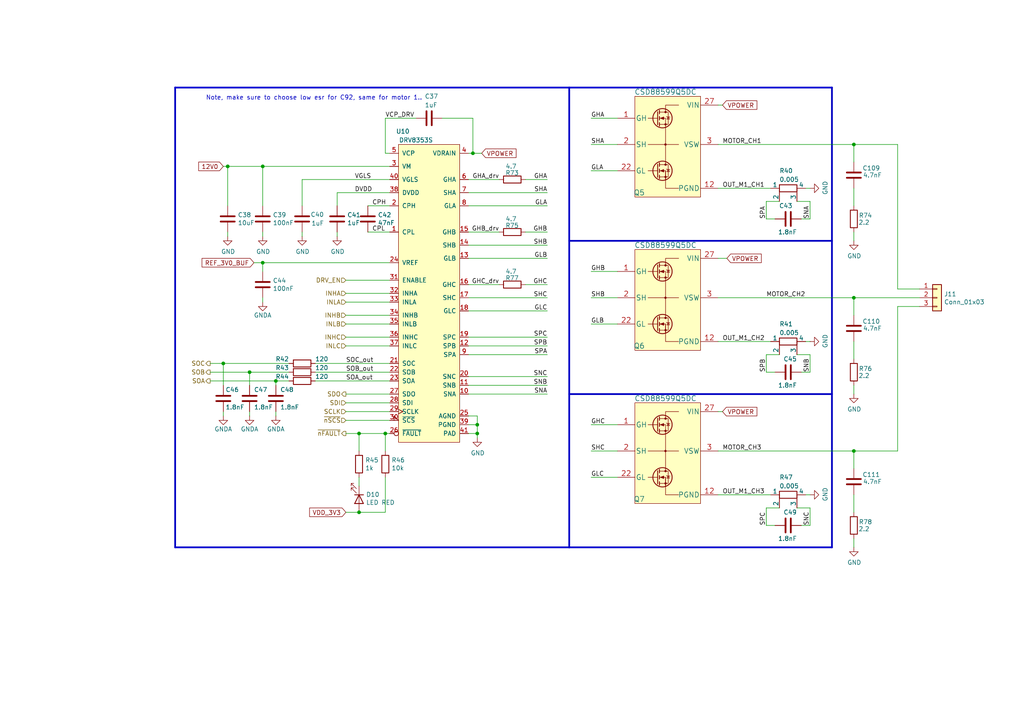
<source format=kicad_sch>
(kicad_sch (version 20231120) (generator "eeschema") (generator_version "8.0")
  (paper "A4")
  (title_block (title "Open MOtor DRiver Initiative (OMODRI)") (date "2024-05-03") (rev "3.1") (company "LAAS/CNRS"))
  (lib_symbols
    (symbol "Connector_Generic:Conn_01x03" (pin_names (offset 1.016) hide)
      (property "Reference" "J" (at 0 5.08 0))
      (property "Value" "Conn_01x03" (at 0 -5.08 0))
      (symbol "Conn_01x03_1_1"
        (rectangle (start -1.27 -2.413) (end 0 -2.667) (stroke (width 0.1524)))
        (rectangle (start -1.27 0.127) (end 0 -0.127) (stroke (width 0.1524)))
        (rectangle (start -1.27 2.667) (end 0 2.413) (stroke (width 0.1524)))
        (rectangle (start -1.27 3.81) (end 1.27 -3.81) (stroke (width 0.254)) (fill (type background)))
        (pin passive line (at -5.08 2.54 0) (length 3.81) (name "Pin_1") (number "1"))
        (pin passive line (at -5.08 0 0) (length 3.81) (name "Pin_2") (number "2"))
        (pin passive line (at -5.08 -2.54 0) (length 3.81) (name "Pin_3") (number "3"))
      )
    )
    (symbol "Device:C" (pin_numbers hide) (pin_names (offset 0.254))
      (property "Reference" "C" (at 0.635 2.54 0))
      (property "Value" "C" (at 0.635 -2.54 0))
      (symbol "C_0_1"
        (polyline (pts (xy -2.032 -0.762) (xy 2.032 -0.762)) (stroke (width 0.508)))
        (polyline (pts (xy -2.032 0.762) (xy 2.032 0.762)) (stroke (width 0.508)))
      )
      (symbol "C_1_1"
        (pin passive line (at 0 3.81 270) (length 2.794) (name "~") (number "1"))
        (pin passive line (at 0 -3.81 90) (length 2.794) (name "~") (number "2"))
      )
    )
    (symbol "Device:LED" (pin_numbers hide) (pin_names (offset 1.016) hide)
      (property "Reference" "D" (at 0 2.54 0))
      (property "Value" "LED" (at 0 -2.54 0))
      (symbol "LED_0_1"
        (polyline (pts (xy -1.27 -1.27) (xy -1.27 1.27)) (stroke (width 0.254)))
        (polyline (pts (xy -1.27 0) (xy 1.27 0)))
        (polyline (pts (xy 1.27 -1.27) (xy 1.27 1.27) (xy -1.27 0) (xy 1.27 -1.27)) (stroke (width 0.254)))
        (polyline (pts (xy -3.048 -0.762) (xy -4.572 -2.286) (xy -3.81 -2.286) (xy -4.572 -2.286) (xy -4.572 -1.524)))
        (polyline (pts (xy -1.778 -0.762) (xy -3.302 -2.286) (xy -2.54 -2.286) (xy -3.302 -2.286) (xy -3.302 -1.524)))
      )
      (symbol "LED_1_1"
        (pin passive line (at -3.81 0 0) (length 2.54) (name "K") (number "1"))
        (pin passive line (at 3.81 0 180) (length 2.54) (name "A") (number "2"))
      )
    )
    (symbol "Device:R" (pin_numbers hide) (pin_names (offset 0))
      (property "Reference" "R" (at 2.032 0 90))
      (property "Value" "R" (at 0 0 90))
      (symbol "R_0_1"
        (rectangle (start -1.016 -2.54) (end 1.016 2.54) (stroke (width 0.254)))
      )
      (symbol "R_1_1"
        (pin passive line (at 0 3.81 270) (length 1.27) (name "~") (number "1"))
        (pin passive line (at 0 -3.81 90) (length 1.27) (name "~") (number "2"))
      )
    )
    (symbol "Device:R_Shunt" (pin_numbers hide) (pin_names (offset 0))
      (property "Reference" "R" (at -4.445 0 90))
      (property "Value" "R_Shunt" (at -2.54 0 90))
      (symbol "R_Shunt_0_1"
        (rectangle (start -1.016 -2.54) (end 1.016 2.54) (stroke (width 0.254)))
        (polyline (pts (xy 0 -2.54) (xy 1.27 -2.54)))
        (polyline (pts (xy 1.27 2.54) (xy 0 2.54)))
      )
      (symbol "R_Shunt_1_1"
        (pin passive line (at 0 5.08 270) (length 2.54) (name "1") (number "1"))
        (pin passive line (at 3.81 2.54 180) (length 2.54) (name "2") (number "2"))
        (pin passive line (at 3.81 -2.54 180) (length 2.54) (name "3") (number "3"))
        (pin passive line (at 0 -5.08 90) (length 2.54) (name "4") (number "4"))
      )
    )
    (symbol "omodri_lib:CSD88599Q5DC" (pin_names (offset 0.254))
      (property "Reference" "Q" (at -11.43 29.21 0))
      (property "Value" "CSD88599Q5DC" (at -3.81 26.67 0))
      (symbol "CSD88599Q5DC_0_1"
        (polyline (pts (xy -1.27 11.43) (xy -6.35 11.43)))
        (polyline (pts (xy -1.27 11.43) (xy 2.54 11.43)))
        (polyline (pts (xy -1.27 16.51) (xy -1.27 6.35)))
        (polyline (pts (xy -1.27 3.81) (xy -1.27 -1.27) (xy 2.54 -1.27)))
        (polyline (pts (xy -1.27 21.59) (xy -1.27 22.86) (xy 2.54 22.86)))
      )
      (symbol "CSD88599Q5DC_1_1"
        (rectangle (start -10.16 25.4) (end 8.89 -3.81) (fill (type background)))
        (circle (center -2.159 3.81) (radius 2.794) (stroke (width 0.254)))
        (circle (center -2.159 19.05) (radius 2.794) (stroke (width 0.254)))
        (circle (center -1.2954 11.43) (radius 0.254) (fill (type outline)))
        (circle (center -1.27 2.032) (radius 0.254) (fill (type outline)))
        (circle (center -1.27 5.588) (radius 0.254) (fill (type outline)))
        (circle (center -1.27 17.272) (radius 0.254) (fill (type outline)))
        (circle (center -1.27 20.828) (radius 0.254) (fill (type outline)))
        (polyline (pts (xy -3.556 3.81) (xy -6.35 3.81)))
        (polyline (pts (xy -3.556 5.715) (xy -3.556 1.905)) (stroke (width 0.254)))
        (polyline (pts (xy -3.556 19.05) (xy -6.35 19.05)))
        (polyline (pts (xy -3.556 20.955) (xy -3.556 17.145)) (stroke (width 0.254)))
        (polyline (pts (xy -3.048 2.54) (xy -3.048 1.524)) (stroke (width 0.254)))
        (polyline (pts (xy -3.048 4.318) (xy -3.048 3.302)) (stroke (width 0.254)))
        (polyline (pts (xy -3.048 6.096) (xy -3.048 5.08)) (stroke (width 0.254)))
        (polyline (pts (xy -3.048 17.78) (xy -3.048 16.764)) (stroke (width 0.254)))
        (polyline (pts (xy -3.048 19.558) (xy -3.048 18.542)) (stroke (width 0.254)))
        (polyline (pts (xy -3.048 21.336) (xy -3.048 20.32)) (stroke (width 0.254)))
        (polyline (pts (xy -1.27 6.35) (xy -1.27 5.588)))
        (polyline (pts (xy -1.27 21.59) (xy -1.27 20.828)))
        (polyline (pts (xy -1.27 1.27) (xy -1.27 3.81) (xy -3.048 3.81)))
        (polyline (pts (xy -1.27 16.51) (xy -1.27 19.05) (xy -3.048 19.05)))
        (polyline (pts (xy -3.048 2.032) (xy -0.508 2.032) (xy -0.508 5.588) (xy -3.048 5.588)))
        (polyline (pts (xy -3.048 17.272) (xy -0.508 17.272) (xy -0.508 20.828) (xy -3.048 20.828)))
        (polyline (pts (xy -2.794 3.81) (xy -1.778 4.191) (xy -1.778 3.429) (xy -2.794 3.81)) (fill (type outline)))
        (polyline (pts (xy -2.794 19.05) (xy -1.778 19.431) (xy -1.778 18.669) (xy -2.794 19.05)) (fill (type outline)))
        (polyline (pts (xy -1.016 4.318) (xy -0.889 4.191) (xy -0.127 4.191) (xy 0 4.064)))
        (polyline (pts (xy -1.016 19.558) (xy -0.889 19.431) (xy -0.127 19.431) (xy 0 19.304)))
        (polyline (pts (xy -0.508 4.191) (xy -0.889 3.556) (xy -0.127 3.556) (xy -0.508 4.191)))
        (polyline (pts (xy -0.508 19.431) (xy -0.889 18.796) (xy -0.127 18.796) (xy -0.508 19.431)))
        (pin input line (at -15.24 19.05 0) (length 5.08) (name "GH") (number "1"))
        (pin passive line (at 13.97 11.43 180) (length 5.08) hide (name "VSW") (number "10"))
        (pin passive line (at 13.97 11.43 180) (length 5.08) hide (name "VSW") (number "11"))
        (pin power_out line (at 13.97 -1.27 180) (length 5.08) (name "PGND") (number "12"))
        (pin passive line (at 13.97 -1.27 180) (length 5.08) hide (name "PGND") (number "13"))
        (pin passive line (at 13.97 -1.27 180) (length 5.08) hide (name "PGND") (number "14"))
        (pin passive line (at 13.97 -1.27 180) (length 5.08) hide (name "PGND") (number "15"))
        (pin passive line (at 13.97 -1.27 180) (length 5.08) hide (name "PGND") (number "16"))
        (pin passive line (at 13.97 -1.27 180) (length 5.08) hide (name "PGND") (number "17"))
        (pin passive line (at 13.97 -1.27 180) (length 5.08) hide (name "PGND") (number "18"))
        (pin passive line (at 13.97 -1.27 180) (length 5.08) hide (name "PGND") (number "19"))
        (pin output line (at -15.24 11.43 0) (length 5.08) (name "SH") (number "2"))
        (pin passive line (at 13.97 -1.27 180) (length 5.08) hide (name "PGND") (number "20"))
        (pin no_connect line (at -8.89 -6.35 90) (length 2.54) hide (name "NC") (number "21"))
        (pin input line (at -15.24 3.81 0) (length 5.08) (name "GL") (number "22"))
        (pin no_connect line (at -6.35 -6.35 90) (length 2.54) hide (name "NC") (number "23"))
        (pin no_connect line (at -3.81 -6.35 90) (length 2.54) hide (name "NC") (number "24"))
        (pin no_connect line (at -1.27 -6.35 90) (length 2.54) hide (name "NC") (number "25"))
        (pin no_connect line (at 1.27 -6.35 90) (length 2.54) hide (name "NC") (number "26"))
        (pin input line (at 13.97 22.86 180) (length 5.08) (name "VIN") (number "27"))
        (pin power_out line (at 13.97 11.43 180) (length 5.08) (name "VSW") (number "3"))
        (pin passive line (at 13.97 11.43 180) (length 5.08) hide (name "VSW") (number "4"))
        (pin passive line (at 13.97 11.43 180) (length 5.08) hide (name "VSW") (number "5"))
        (pin passive line (at 13.97 11.43 180) (length 5.08) hide (name "VSW") (number "6"))
        (pin passive line (at 13.97 11.43 180) (length 5.08) hide (name "VSW") (number "7"))
        (pin passive line (at 13.97 11.43 180) (length 5.08) hide (name "VSW") (number "8"))
        (pin passive line (at 13.97 11.43 180) (length 5.08) hide (name "VSW") (number "9"))
      )
    )
    (symbol "omodri_lib:DRV8353S" (pin_names (offset 1.016))
      (property "Reference" "U" (at -7.62 46.99 0))
      (property "Value" "DRV8353S" (at -3.81 44.45 0))
      (symbol "DRV8353S_0_1"
        (rectangle (start -8.89 43.18) (end 8.89 -43.18) (fill (type background)))
      )
      (symbol "DRV8353S_1_1"
        (pin power_out line (at -11.43 17.78 0) (length 2.54) (name "CPL") (number "1"))
        (pin input line (at 11.43 -29.21 180) (length 2.54) (name "SNA") (number "10"))
        (pin input line (at 11.43 -26.67 180) (length 2.54) (name "SNB") (number "11"))
        (pin input line (at 11.43 -15.24 180) (length 2.54) (name "SPB") (number "12"))
        (pin output line (at 11.43 10.16 180) (length 2.54) (name "GLB") (number "13"))
        (pin input line (at 11.43 13.97 180) (length 2.54) (name "SHB") (number "14"))
        (pin output line (at 11.43 17.78 180) (length 2.54) (name "GHB") (number "15"))
        (pin output line (at 11.43 2.54 180) (length 2.54) (name "GHC") (number "16"))
        (pin input line (at 11.43 -1.27 180) (length 2.54) (name "SHC") (number "17"))
        (pin output line (at 11.43 -5.08 180) (length 2.54) (name "GLC") (number "18"))
        (pin input line (at 11.43 -12.7 180) (length 2.54) (name "SPC") (number "19"))
        (pin power_out line (at -11.43 25.4 0) (length 2.54) (name "CPH") (number "2"))
        (pin input line (at 11.43 -24.13 180) (length 2.54) (name "SNC") (number "20"))
        (pin output line (at -11.43 -20.32 0) (length 2.54) (name "SOC") (number "21"))
        (pin output line (at -11.43 -22.86 0) (length 2.54) (name "SOB") (number "22"))
        (pin output line (at -11.43 -25.4 0) (length 2.54) (name "SOA") (number "23"))
        (pin power_in line (at -11.43 8.89 0) (length 2.54) (name "VREF") (number "24"))
        (pin passive line (at 11.43 -35.56 180) (length 2.54) (name "AGND") (number "25"))
        (pin open_collector inverted (at -11.43 -40.64 0) (length 2.54) (name "~{FAULT}") (number "26"))
        (pin open_collector line (at -11.43 -29.21 0) (length 2.54) (name "SDO") (number "27"))
        (pin input line (at -11.43 -31.75 0) (length 2.54) (name "SDI") (number "28"))
        (pin input clock (at -11.43 -34.29 0) (length 2.54) (name "SCLK") (number "29"))
        (pin power_in line (at -11.43 36.83 0) (length 2.54) (name "VM") (number "3"))
        (pin input input_low (at -11.43 -36.83 0) (length 2.54) (name "~{SCS}") (number "30"))
        (pin input line (at -11.43 3.81 0) (length 2.54) (name "ENABLE") (number "31"))
        (pin input line (at -11.43 0 0) (length 2.54) (name "INHA") (number "32"))
        (pin input line (at -11.43 -2.54 0) (length 2.54) (name "INLA") (number "33"))
        (pin input line (at -11.43 -6.35 0) (length 2.54) (name "INHB") (number "34"))
        (pin input line (at -11.43 -8.89 0) (length 2.54) (name "INLB") (number "35"))
        (pin input line (at -11.43 -12.7 0) (length 2.54) (name "INHC") (number "36"))
        (pin input line (at -11.43 -15.24 0) (length 2.54) (name "INLC") (number "37"))
        (pin power_out line (at -11.43 29.21 0) (length 2.54) (name "DVDD") (number "38"))
        (pin passive line (at 11.43 -38.1 180) (length 2.54) (name "PGND") (number "39"))
        (pin input line (at 11.43 40.64 180) (length 2.54) (name "VDRAIN") (number "4"))
        (pin power_out line (at -11.43 33.02 0) (length 2.54) (name "VGLS") (number "40"))
        (pin passive line (at 11.43 -40.64 180) (length 2.54) (name "PAD") (number "41"))
        (pin power_out line (at -11.43 40.64 0) (length 2.54) (name "VCP") (number "5"))
        (pin output line (at 11.43 33.02 180) (length 2.54) (name "GHA") (number "6"))
        (pin input line (at 11.43 29.21 180) (length 2.54) (name "SHA") (number "7"))
        (pin output line (at 11.43 25.4 180) (length 2.54) (name "GLA") (number "8"))
        (pin input line (at 11.43 -17.78 180) (length 2.54) (name "SPA") (number "9"))
      )
    )
    (symbol "power:GND" (power) (pin_numbers hide) (pin_names (offset 0) hide)
      (property "Value" "GND" (at 0 -3.81 0))
      (symbol "GND_0_1"
        (polyline (pts (xy 0 0) (xy 0 -1.27) (xy 1.27 -1.27) (xy 0 -2.54) (xy -1.27 -1.27) (xy 0 -1.27)))
      )
      (symbol "GND_1_1"
        (pin power_in line (at 0 0 270) (length 0) (name "~") (number "1"))
      )
    )
    (symbol "power:GNDA" (power) (pin_numbers hide) (pin_names (offset 0) hide)
      (property "Value" "GNDA" (at 0 -3.81 0))
      (symbol "GNDA_0_1"
        (polyline (pts (xy 0 0) (xy 0 -1.27) (xy 1.27 -1.27) (xy 0 -2.54) (xy -1.27 -1.27) (xy 0 -1.27)))
      )
      (symbol "GNDA_1_1"
        (pin power_in line (at 0 0 270) (length 0) (name "~") (number "1"))
      )
    )
  )
  (junction (at 138.43 125.73))
  (junction (at 80.01 110.49))
  (junction (at 64.77 105.41))
  (junction (at 104.14 148.59))
  (junction (at 72.39 107.95))
  (junction (at 247.65 130.81))
  (junction (at 247.65 41.91))
  (junction (at 111.76 125.73))
  (junction (at 138.43 123.19))
  (junction (at 104.14 125.73))
  (junction (at 76.2 48.26))
  (junction (at 66.04 48.26))
  (junction (at 247.65 86.36))
  (junction (at 137.16 44.45))
  (junction (at 76.2 76.2))
  (wire (pts (xy 247.65 67.31) (xy 247.65 69.85)))
  (wire (pts (xy 104.14 125.73) (xy 104.14 130.81)))
  (wire (pts (xy 232.41 107.95) (xy 234.95 107.95)))
  (wire (pts (xy 137.16 34.29) (xy 137.16 44.45)))
  (wire (pts (xy 208.28 99.06) (xy 223.52 99.06)))
  (wire (pts (xy 247.65 41.91) (xy 260.35 41.91)))
  (wire (pts (xy 100.33 125.73) (xy 104.14 125.73)))
  (wire (pts (xy 208.28 30.48) (xy 209.55 30.48)))
  (wire (pts (xy 231.14 58.42) (xy 234.95 58.42)))
  (wire (pts (xy 234.95 58.42) (xy 234.95 63.5)))
  (wire (pts (xy 97.79 55.88) (xy 113.03 55.88)))
  (wire (pts (xy 135.89 86.36) (xy 158.75 86.36)))
  (polyline (pts (xy 165.1 69.85) (xy 241.3 69.85)) (stroke (width 0.508)))
  (wire (pts (xy 232.41 152.4) (xy 234.95 152.4)))
  (wire (pts (xy 171.45 130.81) (xy 179.07 130.81)))
  (wire (pts (xy 135.89 109.22) (xy 158.75 109.22)))
  (wire (pts (xy 234.95 102.87) (xy 234.95 107.95)))
  (wire (pts (xy 111.76 44.45) (xy 113.03 44.45)))
  (wire (pts (xy 100.33 121.92) (xy 113.03 121.92)))
  (polyline (pts (xy 165.1 114.3) (xy 241.3 114.3)) (stroke (width 0.508)))
  (wire (pts (xy 224.79 152.4) (xy 222.25 152.4)))
  (wire (pts (xy 247.65 111.76) (xy 247.65 114.3)))
  (wire (pts (xy 135.89 74.93) (xy 158.75 74.93)))
  (wire (pts (xy 208.28 143.51) (xy 223.52 143.51)))
  (wire (pts (xy 76.2 76.2) (xy 113.03 76.2)))
  (wire (pts (xy 135.89 125.73) (xy 138.43 125.73)))
  (wire (pts (xy 152.4 67.31) (xy 158.75 67.31)))
  (wire (pts (xy 233.68 143.51) (xy 234.95 143.51)))
  (wire (pts (xy 80.01 110.49) (xy 83.82 110.49)))
  (wire (pts (xy 260.35 83.82) (xy 260.35 41.91)))
  (wire (pts (xy 266.7 88.9) (xy 260.35 88.9)))
  (wire (pts (xy 100.33 148.59) (xy 104.14 148.59)))
  (polyline (pts (xy 50.8 158.75) (xy 165.1 158.75)) (stroke (width 0.508)))
  (wire (pts (xy 100.33 97.79) (xy 113.03 97.79)))
  (wire (pts (xy 72.39 107.95) (xy 83.82 107.95)))
  (wire (pts (xy 76.2 48.26) (xy 76.2 59.69)))
  (wire (pts (xy 76.2 48.26) (xy 113.03 48.26)))
  (wire (pts (xy 64.77 105.41) (xy 83.82 105.41)))
  (wire (pts (xy 247.65 41.91) (xy 247.65 46.99)))
  (wire (pts (xy 247.65 156.21) (xy 247.65 158.75)))
  (wire (pts (xy 87.63 52.07) (xy 113.03 52.07)))
  (wire (pts (xy 135.89 67.31) (xy 144.78 67.31)))
  (wire (pts (xy 100.33 91.44) (xy 113.03 91.44)))
  (wire (pts (xy 222.25 147.32) (xy 222.25 152.4)))
  (wire (pts (xy 66.04 68.58) (xy 66.04 67.31)))
  (wire (pts (xy 231.14 147.32) (xy 234.95 147.32)))
  (wire (pts (xy 106.68 67.31) (xy 113.03 67.31)))
  (wire (pts (xy 171.45 93.98) (xy 179.07 93.98)))
  (wire (pts (xy 60.96 107.95) (xy 72.39 107.95)))
  (polyline (pts (xy 165.1 25.4) (xy 165.1 158.75)) (stroke (width 0.508)))
  (wire (pts (xy 91.44 105.41) (xy 113.03 105.41)))
  (wire (pts (xy 104.14 148.59) (xy 111.76 148.59)))
  (wire (pts (xy 247.65 54.61) (xy 247.65 59.69)))
  (wire (pts (xy 128.27 34.29) (xy 137.16 34.29)))
  (wire (pts (xy 247.65 130.81) (xy 260.35 130.81)))
  (wire (pts (xy 138.43 120.65) (xy 138.43 123.19)))
  (wire (pts (xy 260.35 83.82) (xy 266.7 83.82)))
  (wire (pts (xy 247.65 143.51) (xy 247.65 148.59)))
  (wire (pts (xy 106.68 59.69) (xy 113.03 59.69)))
  (wire (pts (xy 135.89 71.12) (xy 158.75 71.12)))
  (polyline (pts (xy 241.3 25.4) (xy 241.3 158.75)) (stroke (width 0.508)))
  (polyline (pts (xy 165.1 158.75) (xy 241.3 158.75)) (stroke (width 0.508)))
  (wire (pts (xy 135.89 102.87) (xy 158.75 102.87)))
  (wire (pts (xy 135.89 82.55) (xy 144.78 82.55)))
  (wire (pts (xy 171.45 123.19) (xy 179.07 123.19)))
  (wire (pts (xy 171.45 49.53) (xy 179.07 49.53)))
  (wire (pts (xy 104.14 140.97) (xy 104.14 138.43)))
  (wire (pts (xy 66.04 59.69) (xy 66.04 48.26)))
  (wire (pts (xy 72.39 107.95) (xy 72.39 111.76)))
  (wire (pts (xy 100.33 87.63) (xy 113.03 87.63)))
  (wire (pts (xy 97.79 68.58) (xy 97.79 67.31)))
  (wire (pts (xy 60.96 105.41) (xy 64.77 105.41)))
  (wire (pts (xy 138.43 125.73) (xy 138.43 127)))
  (wire (pts (xy 100.33 100.33) (xy 113.03 100.33)))
  (wire (pts (xy 233.68 54.61) (xy 234.95 54.61)))
  (wire (pts (xy 208.28 130.81) (xy 247.65 130.81)))
  (wire (pts (xy 135.89 123.19) (xy 138.43 123.19)))
  (wire (pts (xy 139.7 44.45) (xy 137.16 44.45)))
  (wire (pts (xy 260.35 88.9) (xy 260.35 130.81)))
  (wire (pts (xy 73.66 76.2) (xy 76.2 76.2)))
  (wire (pts (xy 100.33 85.09) (xy 113.03 85.09)))
  (wire (pts (xy 76.2 68.58) (xy 76.2 67.31)))
  (wire (pts (xy 80.01 110.49) (xy 80.01 111.76)))
  (polyline (pts (xy 50.8 25.4) (xy 50.8 158.75)) (stroke (width 0.508)))
  (wire (pts (xy 224.79 63.5) (xy 222.25 63.5)))
  (wire (pts (xy 60.96 110.49) (xy 80.01 110.49)))
  (wire (pts (xy 76.2 78.74) (xy 76.2 76.2)))
  (wire (pts (xy 232.41 63.5) (xy 234.95 63.5)))
  (wire (pts (xy 87.63 68.58) (xy 87.63 67.31)))
  (wire (pts (xy 111.76 125.73) (xy 113.03 125.73)))
  (wire (pts (xy 135.89 90.17) (xy 158.75 90.17)))
  (wire (pts (xy 100.33 114.3) (xy 113.03 114.3)))
  (wire (pts (xy 76.2 86.36) (xy 76.2 87.63)))
  (wire (pts (xy 100.33 93.98) (xy 113.03 93.98)))
  (wire (pts (xy 231.14 102.87) (xy 234.95 102.87)))
  (wire (pts (xy 91.44 110.49) (xy 113.03 110.49)))
  (wire (pts (xy 171.45 78.74) (xy 179.07 78.74)))
  (wire (pts (xy 100.33 81.28) (xy 113.03 81.28)))
  (wire (pts (xy 87.63 52.07) (xy 87.63 59.69)))
  (wire (pts (xy 64.77 120.65) (xy 64.77 119.38)))
  (wire (pts (xy 208.28 74.93) (xy 210.82 74.93)))
  (wire (pts (xy 135.89 44.45) (xy 137.16 44.45)))
  (wire (pts (xy 233.68 99.06) (xy 234.95 99.06)))
  (wire (pts (xy 171.45 34.29) (xy 179.07 34.29)))
  (wire (pts (xy 179.07 86.36) (xy 171.45 86.36)))
  (wire (pts (xy 91.44 107.95) (xy 113.03 107.95)))
  (wire (pts (xy 72.39 120.65) (xy 72.39 119.38)))
  (wire (pts (xy 135.89 100.33) (xy 158.75 100.33)))
  (wire (pts (xy 224.79 107.95) (xy 222.25 107.95)))
  (wire (pts (xy 64.77 48.26) (xy 66.04 48.26)))
  (wire (pts (xy 100.33 116.84) (xy 113.03 116.84)))
  (wire (pts (xy 135.89 59.69) (xy 158.75 59.69)))
  (wire (pts (xy 135.89 97.79) (xy 158.75 97.79)))
  (wire (pts (xy 80.01 120.65) (xy 80.01 119.38)))
  (wire (pts (xy 222.25 102.87) (xy 226.06 102.87)))
  (wire (pts (xy 111.76 130.81) (xy 111.76 125.73)))
  (wire (pts (xy 222.25 147.32) (xy 226.06 147.32)))
  (wire (pts (xy 111.76 138.43) (xy 111.76 148.59)))
  (wire (pts (xy 208.28 119.38) (xy 209.55 119.38)))
  (wire (pts (xy 135.89 55.88) (xy 158.75 55.88)))
  (wire (pts (xy 179.07 41.91) (xy 171.45 41.91)))
  (wire (pts (xy 135.89 114.3) (xy 158.75 114.3)))
  (wire (pts (xy 247.65 99.06) (xy 247.65 104.14)))
  (wire (pts (xy 152.4 82.55) (xy 158.75 82.55)))
  (wire (pts (xy 135.89 52.07) (xy 144.78 52.07)))
  (polyline (pts (xy 50.8 25.4) (xy 241.3 25.4)) (stroke (width 0.508)))
  (wire (pts (xy 111.76 34.29) (xy 111.76 44.45)))
  (wire (pts (xy 135.89 111.76) (xy 158.75 111.76)))
  (wire (pts (xy 100.33 119.38) (xy 113.03 119.38)))
  (wire (pts (xy 135.89 120.65) (xy 138.43 120.65)))
  (wire (pts (xy 208.28 41.91) (xy 247.65 41.91)))
  (wire (pts (xy 247.65 86.36) (xy 266.7 86.36)))
  (wire (pts (xy 208.28 54.61) (xy 223.52 54.61)))
  (wire (pts (xy 222.25 58.42) (xy 222.25 63.5)))
  (wire (pts (xy 104.14 125.73) (xy 111.76 125.73)))
  (wire (pts (xy 234.95 147.32) (xy 234.95 152.4)))
  (wire (pts (xy 97.79 55.88) (xy 97.79 59.69)))
  (wire (pts (xy 64.77 111.76) (xy 64.77 105.41)))
  (wire (pts (xy 171.45 138.43) (xy 179.07 138.43)))
  (wire (pts (xy 222.25 102.87) (xy 222.25 107.95)))
  (wire (pts (xy 66.04 48.26) (xy 76.2 48.26)))
  (wire (pts (xy 138.43 123.19) (xy 138.43 125.73)))
  (wire (pts (xy 152.4 52.07) (xy 158.75 52.07)))
  (wire (pts (xy 247.65 130.81) (xy 247.65 135.89)))
  (wire (pts (xy 222.25 58.42) (xy 226.06 58.42)))
  (wire (pts (xy 111.76 34.29) (xy 120.65 34.29)))
  (wire (pts (xy 247.65 86.36) (xy 247.65 91.44)))
  (wire (pts (xy 208.28 86.36) (xy 247.65 86.36)))
  (text "Note, make sure to choose low esr for C92, same for motor 1.." (at 59.69 29.21 0) (effects (font (size 1.27 1.27)) (justify left bottom)))
  (label "OUT_M1_CH2" (at 209.55 99.06 0))
  (label "GLB" (at 158.75 74.93 180))
  (label "SPC" (at 222.25 152.4 90))
  (label "CPH" (at 107.95 59.69 0))
  (label "DVDD" (at 102.87 55.88 0))
  (label "MOTOR_CH3" (at 209.55 130.81 0))
  (label "GLA" (at 171.45 49.53 0))
  (label "SNC" (at 234.95 152.4 90))
  (label "GLC" (at 158.75 90.17 180))
  (label "SOC_out" (at 100.33 105.41 0))
  (label "GHA" (at 158.75 52.07 180))
  (label "SHA" (at 171.45 41.91 0))
  (label "VCP_DRV" (at 111.76 34.29 0))
  (label "OUT_M1_CH3" (at 209.55 143.51 0))
  (label "GHC" (at 158.75 82.55 180))
  (label "GHC" (at 171.45 123.19 0))
  (label "SPC" (at 158.75 97.79 180))
  (label "CPL" (at 107.95 67.31 0))
  (label "SHA" (at 158.75 55.88 180))
  (label "SPB" (at 158.75 100.33 180))
  (label "GHB" (at 158.75 67.31 180))
  (label "GLA" (at 158.75 59.69 180))
  (label "GHA" (at 171.45 34.29 0))
  (label "SHB" (at 158.75 71.12 180))
  (label "VGLS" (at 102.87 52.07 0))
  (label "SOA_out" (at 100.33 110.49 0))
  (label "SNC" (at 158.75 109.22 180))
  (label "SHC" (at 158.75 86.36 180))
  (label "SOB_out" (at 100.33 107.95 0))
  (label "SHB" (at 171.45 86.36 0))
  (label "MOTOR_CH2" (at 222.25 86.36 0))
  (label "GHB" (at 171.45 78.74 0))
  (label "SNB" (at 234.95 107.95 90))
  (label "GHA_drv" (at 144.78 52.07 180))
  (label "SHC" (at 171.45 130.81 0))
  (label "GLB" (at 171.45 93.98 0))
  (label "SPA" (at 158.75 102.87 180))
  (label "OUT_M1_CH1" (at 209.55 54.61 0))
  (label "GHB_drv" (at 144.78 67.31 180))
  (label "SNA" (at 234.95 63.5 90))
  (label "SPB" (at 222.25 107.95 90))
  (label "GLC" (at 171.45 138.43 0))
  (label "SNB" (at 158.75 111.76 180))
  (label "SPA" (at 222.25 63.5 90))
  (label "GHC_drv" (at 144.78 82.55 180))
  (label "MOTOR_CH1" (at 209.55 41.91 0))
  (label "SNA" (at 158.75 114.3 180))
  (global_label "VPOWER" (shape input) (at 139.7 44.45 0) (property "Intersheetrefs" "${INTERSHEET_REFS}" (effects (hide yes))) (property "Références Inter-Feuilles" "${INTERSHEET_REFS}" (effects (hide yes))))
  (global_label "12V0" (shape input) (at 64.77 48.26 180) (property "Intersheetrefs" "${INTERSHEET_REFS}" (effects (hide yes))) (property "Références Inter-Feuilles" "${INTERSHEET_REFS}" (effects (hide yes))))
  (global_label "REF_3V0_BUF" (shape input) (at 73.66 76.2 180) (property "Intersheetrefs" "${INTERSHEET_REFS}" (effects (hide yes))) (property "Références Inter-Feuilles" "${INTERSHEET_REFS}" (effects (hide yes))))
  (global_label "VDD_3V3" (shape input) (at 100.33 148.59 180) (property "Intersheetrefs" "${INTERSHEET_REFS}" (effects (hide yes))) (property "Références Inter-Feuilles" "${INTERSHEET_REFS}" (effects (hide yes))))
  (global_label "VPOWER" (shape input) (at 210.82 74.93 0) (property "Intersheetrefs" "${INTERSHEET_REFS}" (effects (hide yes))) (property "Références Inter-Feuilles" "${INTERSHEET_REFS}" (effects (hide yes))))
  (global_label "VPOWER" (shape input) (at 209.55 30.48 0) (property "Intersheetrefs" "${INTERSHEET_REFS}" (effects (hide yes))) (property "Références Inter-Feuilles" "${INTERSHEET_REFS}" (effects (hide yes))))
  (global_label "VPOWER" (shape input) (at 209.55 119.38 0) (property "Intersheetrefs" "${INTERSHEET_REFS}" (effects (hide yes))) (property "Références Inter-Feuilles" "${INTERSHEET_REFS}" (effects (hide yes))))
  (hierarchical_label "SOC" (shape output) (at 60.96 105.41 180))
  (hierarchical_label "SOB" (shape output) (at 60.96 107.95 180))
  (hierarchical_label "INLC" (shape input) (at 100.33 100.33 180))
  (hierarchical_label "~{nSCS}" (shape input) (at 100.33 121.92 180))
  (hierarchical_label "INLA" (shape input) (at 100.33 87.63 180))
  (hierarchical_label "~{nFAULT}" (shape output) (at 100.33 125.73 180))
  (hierarchical_label "SOA" (shape output) (at 60.96 110.49 180))
  (hierarchical_label "INHB" (shape input) (at 100.33 91.44 180))
  (hierarchical_label "SCLK" (shape input) (at 100.33 119.38 180))
  (hierarchical_label "INHA" (shape input) (at 100.33 85.09 180))
  (hierarchical_label "SDI" (shape input) (at 100.33 116.84 180))
  (hierarchical_label "SDO" (shape output) (at 100.33 114.3 180))
  (hierarchical_label "INHC" (shape input) (at 100.33 97.79 180))
  (hierarchical_label "DRV_EN" (shape input) (at 100.33 81.28 180))
  (hierarchical_label "INLB" (shape input) (at 100.33 93.98 180))
  (symbol (lib_id "Device:C") (at 76.2 82.55 0) (unit 1)
    (property "Reference" "C44" (at 79.121 81.3816 0) (effects (justify left)))
    (property "Value" "100nF" (at 79.121 83.693 0) (effects (justify left)))
    (property "Footprint" "Capacitor_SMD:C_0201_0603Metric" (effects (hide yes)))
    (property "Description" "Unpolarized capacitor" (effects (hide yes)))
    (property "Part No" "GRM033R61E104KE14D" (effects (hide yes)))
    (property "Rated Voltage" "25V" (effects (hide yes)))
    (property "Farnell" "2990693" (effects (hide yes)))
    (property "Mouser" "81-GRM033R61E104KE4D" (effects (hide yes)))
    (property "DigiKey" "490-12686-1-ND" (effects (hide yes)))
    (property "LCSC" "C76939" (effects (hide yes)))
  )
  (symbol (lib_id "Device:C") (at 66.04 63.5 0) (unit 1)
    (property "Reference" "C38" (at 68.961 62.3316 0) (effects (justify left)))
    (property "Value" "10uF" (at 68.961 64.643 0) (effects (justify left)))
    (property "Footprint" "Capacitor_SMD:C_0603_1608Metric" (effects (hide yes)))
    (property "Description" "Unpolarized capacitor" (effects (hide yes)))
    (property "RS" "815-1377" (effects (hide yes)))
    (property "Farnell" "2695906" (effects (hide yes)))
    (property "Mouser" "81-GRM188R61E106MA3D" (effects (hide yes)))
    (property "DigiKey" "490-7202-2-ND" (effects (hide yes)))
    (property "Rated Voltage" "25V" (effects (hide yes)))
    (property "Part No" "GRM188R61E106MA73D" (effects (hide yes)))
    (property "LCSC" "C91606" (effects (hide yes)))
  )
  (symbol (lib_id "Device:C") (at 76.2 63.5 0) (unit 1)
    (property "Reference" "C39" (at 79.121 62.3316 0) (effects (justify left)))
    (property "Value" "100nF" (at 79.121 64.643 0) (effects (justify left)))
    (property "Footprint" "Capacitor_SMD:C_0201_0603Metric" (effects (hide yes)))
    (property "Description" "Unpolarized capacitor" (effects (hide yes)))
    (property "Farnell" "2990693" (effects (hide yes)))
    (property "Mouser" "81-GRM033R61E104KE4D" (effects (hide yes)))
    (property "DigiKey" "490-12686-1-ND" (effects (hide yes)))
    (property "Rated Voltage" "25V" (effects (hide yes)))
    (property "Part No" "GRM033R61E104KE14D" (effects (hide yes)))
    (property "LCSC" "C76939" (effects (hide yes)))
  )
  (symbol (lib_id "omodri_lib:DRV8353S") (at 124.46 85.09 0) (unit 1)
    (property "Reference" "U10" (at 116.84 38.1 0))
    (property "Value" "DRV8353S" (at 120.65 40.64 0))
    (property "Footprint" "Package_DFN_QFN:QFN-40-1EP_6x6mm_P0.5mm_EP4.6x4.6mm" (effects (hide yes)))
    (property "Datasheet" "https://www.ti.com/lit/ds/symlink/drv8353.pdf" (effects (hide yes)))
    (property "Description" "Three-Phase Smart Gate Driver" (effects (hide yes)))
    (property "DigiKey" "296-DRV8353SRTATCT-ND" (effects (hide yes)))
    (property "Mouser" "595-DRV8353SRTAR" (effects (hide yes)))
    (property "Part No" "DRV8353SRTAR" (effects (hide yes)))
  )
  (symbol (lib_id "Device:C") (at 106.68 63.5 0) (unit 1)
    (property "Reference" "C42" (at 109.601 62.3316 0) (effects (justify left)))
    (property "Value" "47nF" (at 109.601 64.643 0) (effects (justify left)))
    (property "Footprint" "Capacitor_SMD:C_0603_1608Metric" (effects (hide yes)))
    (property "Description" "Unpolarized capacitor" (effects (hide yes)))
    (property "DigiKey" "445-6032-1-ND" (effects (hide yes)))
    (property "Farnell" "2906791" (effects (hide yes)))
    (property "Mouser" "810-C1608X7S2A473K" (effects (hide yes)))
    (property "Part No" "C1608X7S2A473K080AB" (effects (hide yes)))
    (property "Rated Voltage" "100V" (effects (hide yes)))
    (property "LCSC" "C2182109" (effects (hide yes)))
  )
  (symbol (lib_id "Device:LED") (at 104.14 144.78 270) (unit 1)
    (property "Reference" "D10" (at 106.172 143.4338 90) (effects (justify left)))
    (property "Value" "LED RED" (at 106.172 145.7452 90) (effects (justify left)))
    (property "Footprint" "LED_SMD:LED_0402_1005Metric" (effects (hide yes)))
    (property "Datasheet" "https://www.broadcom.com/products/leds-and-displays/chip-leds/0402-1.0-x-0.5mm-top-mount/hsmc-c280" (effects (hide yes)))
    (property "Description" "Light emitting diode" (effects (hide yes)))
    (property "DigiKey" "516-3060-1-ND" (effects (hide yes)))
    (property "Mouser" "630-HSMC-C280" (effects (hide yes)))
    (property "Farnell" "2494321" (effects (hide yes)))
    (property "Part No" "HSMC-C280" (effects (hide yes)))
    (property "LCSC" "C5730909" (effects (hide yes)))
  )
  (symbol (lib_id "Device:R") (at 111.76 134.62 0) (unit 1)
    (property "Reference" "R46" (at 113.538 133.4516 0) (effects (justify left)))
    (property "Value" "10k" (at 113.538 135.763 0) (effects (justify left)))
    (property "Footprint" "Resistor_SMD:R_0201_0603Metric" (effects (hide yes)))
    (property "Description" "Resistor" (effects (hide yes)))
    (property "DigiKey" "P122414CT-ND" (effects (hide yes)))
    (property "Farnell" "2302362" (effects (hide yes)))
    (property "Mouser" "667-ERJ-1GNF1002C" (effects (hide yes)))
    (property "Part No" "ERJ-1GNF1002C" (effects (hide yes)))
    (property "RS" "176-3597" (effects (hide yes)))
    (property "LCSC" "C9900024792" (effects (hide yes)))
  )
  (symbol (lib_id "Device:C") (at 124.46 34.29 270) (unit 1)
    (property "Reference" "C37" (at 123.19 27.94 90) (effects (justify left)))
    (property "Value" "1uF" (at 123.19 30.48 90) (effects (justify left)))
    (property "Footprint" "Capacitor_SMD:C_0402_1005Metric" (effects (hide yes)))
    (property "Description" "Unpolarized capacitor" (effects (hide yes)))
    (property "DigiKey" "445-175218-1-ND" (effects (hide yes)))
    (property "Farnell" "3416060" (effects (hide yes)))
    (property "Mouser" "810-C1005X5R1V105KE" (effects (hide yes)))
    (property "Part No" "C1005X5R1V105K050BE" (effects (hide yes)))
    (property "Rated Voltage" "35V" (effects (hide yes)))
    (property "LCSC" "C2169271" (effects (hide yes)))
  )
  (symbol (lib_id "Device:C") (at 97.79 63.5 0) (unit 1)
    (property "Reference" "C41" (at 100.711 62.3316 0) (effects (justify left)))
    (property "Value" "1uF" (at 100.711 64.643 0) (effects (justify left)))
    (property "Footprint" "Capacitor_SMD:C_0201_0603Metric" (effects (hide yes)))
    (property "Description" "Unpolarized capacitor" (effects (hide yes)))
    (property "DigiKey" "490-13219-1-ND" (effects (hide yes)))
    (property "Farnell" "3238032" (effects (hide yes)))
    (property "Mouser" "81-GRM033C81A105ME5D" (effects (hide yes)))
    (property "Part No" "GRM033C81A105ME05D" (effects (hide yes)))
    (property "Rated Voltage" "10V" (effects (hide yes)))
    (property "LCSC" "C237278" (effects (hide yes)))
  )
  (symbol (lib_id "Device:C") (at 87.63 63.5 180) (unit 1)
    (property "Reference" "C40" (at 93.98 62.23 0) (effects (justify left)))
    (property "Value" "1uF" (at 93.98 64.77 0) (effects (justify left)))
    (property "Footprint" "Capacitor_SMD:C_0402_1005Metric" (effects (hide yes)))
    (property "Description" "Unpolarized capacitor" (effects (hide yes)))
    (property "DigiKey" "445-175218-1-ND" (effects (hide yes)))
    (property "Farnell" "3416060" (effects (hide yes)))
    (property "Mouser" "810-C1005X5R1V105KE" (effects (hide yes)))
    (property "Part No" "C1005X5R1V105K050BE" (effects (hide yes)))
    (property "Rated Voltage" "35V" (effects (hide yes)))
    (property "LCSC" "C2169271" (effects (hide yes)))
  )
  (symbol (lib_id "Device:R_Shunt") (at 228.6 54.61 90) (mirror x) (unit 1)
    (property "Reference" "R40" (at 226.06 49.53 90) (effects (justify right)))
    (property "Value" "0.005" (at 226.06 52.07 90) (effects (justify right)))
    (property "Footprint" "udriver3:FC4L32" (effects (hide yes)))
    (property "Description" "Shunt resistor" (effects (hide yes)))
    (property "DigiKey" "FC4L32R005FER-ND" (effects (hide yes)))
    (property "Farnell" "2420555" (effects (hide yes)))
    (property "Mouser" "588-FC4L32R005FER" (effects (hide yes)))
    (property "Part No" "FC4L32R005FER" (effects (hide yes)))
    (property "RS" "126-0360" (effects (hide yes)))
    (property "LCSC" "C3971241" (effects (hide yes)))
  )
  (symbol (lib_id "Device:C") (at 228.6 63.5 90) (unit 1)
    (property "Reference" "C43" (at 229.87 59.69 90) (effects (justify left)))
    (property "Value" "1.8nF" (at 231.14 67.31 90) (effects (justify left)))
    (property "Footprint" "Capacitor_SMD:C_0201_0603Metric" (effects (hide yes)))
    (property "Description" "Unpolarized capacitor" (effects (hide yes)))
    (property "DigiKey" "490-GRM033R71E182KA12DTR-ND" (effects (hide yes)))
    (property "Farnell" "2999522" (effects (hide yes)))
    (property "Mouser" "81-GRM033R71E182KA2D" (effects (hide yes)))
    (property "Part No" "GRM033R71E182KA12D" (effects (hide yes)))
    (property "Rated Voltage" "25V" (effects (hide yes)))
    (property "LCSC" "C237560" (effects (hide yes)))
  )
  (symbol (lib_id "Device:C") (at 228.6 107.95 90) (unit 1)
    (property "Reference" "C45" (at 231.14 104.14 90) (effects (justify left)))
    (property "Value" "1.8nF" (at 231.14 111.76 90) (effects (justify left)))
    (property "Footprint" "Capacitor_SMD:C_0201_0603Metric" (effects (hide yes)))
    (property "Description" "Unpolarized capacitor" (effects (hide yes)))
    (property "DigiKey" "490-GRM033R71E182KA12DTR-ND" (effects (hide yes)))
    (property "Farnell" "2999522" (effects (hide yes)))
    (property "Mouser" "81-GRM033R71E182KA2D" (effects (hide yes)))
    (property "Part No" "GRM033R71E182KA12D" (effects (hide yes)))
    (property "Rated Voltage" "25V" (effects (hide yes)))
    (property "LCSC" "C237560" (effects (hide yes)))
  )
  (symbol (lib_id "omodri_lib:CSD88599Q5DC") (at 194.31 97.79 0) (unit 1)
    (property "Reference" "Q6" (at 185.42 100.33 0) (effects (font (size 1.524 1.524))))
    (property "Value" "CSD88599Q5DC" (at 193.04 71.12 0) (effects (font (size 1.524 1.524))))
    (property "Footprint" "udriver3:VSON_CLIP_22" (effects (hide yes)))
    (property "Datasheet" "https://www.ti.com/lit/ds/symlink/csd88599q5dc.pdf" (effects (hide yes)))
    (property "Description" "60V, 40A Half-Bridge FET Power Block" (effects (hide yes)))
    (property "DigiKey" "296-48289-1-ND" (effects (hide yes)))
    (property "Mouser" "595-CSD88599Q5DC" (effects (hide yes)))
    (property "Part No" "CSD88599Q5DC" (effects (hide yes)))
    (property "LCSC" "C2871380" (effects (hide yes)))
  )
  (symbol (lib_id "Device:C") (at 228.6 152.4 90) (unit 1)
    (property "Reference" "C49" (at 231.14 148.59 90) (effects (justify left)))
    (property "Value" "1.8nF" (at 231.14 156.21 90) (effects (justify left)))
    (property "Footprint" "Capacitor_SMD:C_0201_0603Metric" (effects (hide yes)))
    (property "Description" "Unpolarized capacitor" (effects (hide yes)))
    (property "DigiKey" "490-GRM033R71E182KA12DTR-ND" (effects (hide yes)))
    (property "Farnell" "2999522" (effects (hide yes)))
    (property "Mouser" "81-GRM033R71E182KA2D" (effects (hide yes)))
    (property "Part No" "GRM033R71E182KA12D" (effects (hide yes)))
    (property "Rated Voltage" "25V" (effects (hide yes)))
    (property "LCSC" "C237560" (effects (hide yes)))
  )
  (symbol (lib_id "omodri_lib:CSD88599Q5DC") (at 194.31 142.24 0) (unit 1)
    (property "Reference" "Q7" (at 185.42 144.78 0) (effects (font (size 1.524 1.524))))
    (property "Value" "CSD88599Q5DC" (at 193.04 115.57 0) (effects (font (size 1.524 1.524))))
    (property "Footprint" "udriver3:VSON_CLIP_22" (effects (hide yes)))
    (property "Datasheet" "https://www.ti.com/lit/ds/symlink/csd88599q5dc.pdf" (effects (hide yes)))
    (property "Description" "60V, 40A Half-Bridge FET Power Block" (effects (hide yes)))
    (property "DigiKey" "296-48289-1-ND" (effects (hide yes)))
    (property "Mouser" "595-CSD88599Q5DC" (effects (hide yes)))
    (property "Part No" "CSD88599Q5DC" (effects (hide yes)))
    (property "LCSC" "C2871380" (effects (hide yes)))
  )
  (symbol (lib_id "Device:R_Shunt") (at 228.6 99.06 90) (mirror x) (unit 1)
    (property "Reference" "R41" (at 226.06 93.98 90) (effects (justify right)))
    (property "Value" "0.005" (at 226.06 96.52 90) (effects (justify right)))
    (property "Footprint" "udriver3:FC4L32" (effects (hide yes)))
    (property "Description" "Shunt resistor" (effects (hide yes)))
    (property "DigiKey" "FC4L32R005FER-ND" (effects (hide yes)))
    (property "Farnell" "2420555" (effects (hide yes)))
    (property "Mouser" "588-FC4L32R005FER" (effects (hide yes)))
    (property "Part No" "FC4L32R005FER" (effects (hide yes)))
    (property "RS" "126-0360" (effects (hide yes)))
    (property "LCSC" "C3971241" (effects (hide yes)))
  )
  (symbol (lib_id "Device:R_Shunt") (at 228.6 143.51 90) (mirror x) (unit 1)
    (property "Reference" "R47" (at 226.06 138.43 90) (effects (justify right)))
    (property "Value" "0.005" (at 226.06 140.97 90) (effects (justify right)))
    (property "Footprint" "udriver3:FC4L32" (effects (hide yes)))
    (property "Description" "Shunt resistor" (effects (hide yes)))
    (property "DigiKey" "FC4L32R005FER-ND" (effects (hide yes)))
    (property "Farnell" "2420555" (effects (hide yes)))
    (property "Mouser" "588-FC4L32R005FER" (effects (hide yes)))
    (property "Part No" "FC4L32R005FER" (effects (hide yes)))
    (property "RS" "126-0360" (effects (hide yes)))
    (property "LCSC" "C3971241" (effects (hide yes)))
  )
  (symbol (lib_id "Device:R") (at 87.63 105.41 90) (unit 1)
    (property "Reference" "R42" (at 83.82 104.14 90) (effects (justify left)))
    (property "Value" "120" (at 95.25 104.14 90) (effects (justify left)))
    (property "Footprint" "Resistor_SMD:R_0201_0603Metric" (effects (hide yes)))
    (property "Description" "Resistor" (effects (hide yes)))
    (property "DigiKey" "P122692CT-ND" (effects (hide yes)))
    (property "Farnell" "2396857" (effects (hide yes)))
    (property "Mouser" "667-ERJ-1GNF1200C" (effects (hide yes)))
    (property "Part No" "ERJ-1GNF1200C" (effects (hide yes)))
  )
  (symbol (lib_id "Device:R") (at 87.63 107.95 90) (unit 1)
    (property "Reference" "R43" (at 83.82 106.68 90) (effects (justify left)))
    (property "Value" "120" (at 95.25 106.68 90) (effects (justify left)))
    (property "Footprint" "Resistor_SMD:R_0201_0603Metric" (effects (hide yes)))
    (property "Description" "Resistor" (effects (hide yes)))
    (property "DigiKey" "P122692CT-ND" (effects (hide yes)))
    (property "Farnell" "2396857" (effects (hide yes)))
    (property "Mouser" "667-ERJ-1GNF1200C" (effects (hide yes)))
    (property "Part No" "ERJ-1GNF1200C" (effects (hide yes)))
  )
  (symbol (lib_id "Device:R") (at 87.63 110.49 90) (unit 1)
    (property "Reference" "R44" (at 83.82 109.22 90) (effects (justify left)))
    (property "Value" "120" (at 95.25 109.22 90) (effects (justify left)))
    (property "Footprint" "Resistor_SMD:R_0201_0603Metric" (effects (hide yes)))
    (property "Description" "Resistor" (effects (hide yes)))
    (property "DigiKey" "P122692CT-ND" (effects (hide yes)))
    (property "Farnell" "2396857" (effects (hide yes)))
    (property "Mouser" "667-ERJ-1GNF1200C" (effects (hide yes)))
    (property "Part No" "ERJ-1GNF1200C" (effects (hide yes)))
  )
  (symbol (lib_id "Device:C") (at 64.77 115.57 0) (unit 1)
    (property "Reference" "C46" (at 65.405 113.03 0) (effects (justify left)))
    (property "Value" "1.8nF" (at 65.405 118.11 0) (effects (justify left)))
    (property "Footprint" "Capacitor_SMD:C_0201_0603Metric" (effects (hide yes)))
    (property "Description" "Unpolarized capacitor" (effects (hide yes)))
    (property "DigiKey" "490-GRM033R71E182KA12DTR-ND" (effects (hide yes)))
    (property "Farnell" "2999522" (effects (hide yes)))
    (property "Mouser" "81-GRM033R71E182KA2D" (effects (hide yes)))
    (property "Part No" "GRM033R71E182KA12D" (effects (hide yes)))
    (property "Rated Voltage" "25V" (effects (hide yes)))
    (property "LCSC" "C237560" (effects (hide yes)))
  )
  (symbol (lib_id "Device:C") (at 72.39 115.57 0) (unit 1)
    (property "Reference" "C47" (at 73.66 113.03 0) (effects (justify left)))
    (property "Value" "1.8nF" (at 73.66 118.11 0) (effects (justify left)))
    (property "Footprint" "Capacitor_SMD:C_0201_0603Metric" (effects (hide yes)))
    (property "Description" "Unpolarized capacitor" (effects (hide yes)))
    (property "DigiKey" "490-GRM033R71E182KA12DTR-ND" (effects (hide yes)))
    (property "Farnell" "2999522" (effects (hide yes)))
    (property "Mouser" "81-GRM033R71E182KA2D" (effects (hide yes)))
    (property "Part No" "GRM033R71E182KA12D" (effects (hide yes)))
    (property "Rated Voltage" "25V" (effects (hide yes)))
    (property "LCSC" "C237560" (effects (hide yes)))
  )
  (symbol (lib_id "Device:C") (at 80.01 115.57 0) (unit 1)
    (property "Reference" "C48" (at 81.28 113.03 0) (effects (justify left)))
    (property "Value" "1.8nF" (at 81.28 118.11 0) (effects (justify left)))
    (property "Footprint" "Capacitor_SMD:C_0201_0603Metric" (effects (hide yes)))
    (property "Description" "Unpolarized capacitor" (effects (hide yes)))
    (property "DigiKey" "490-GRM033R71E182KA12DTR-ND" (effects (hide yes)))
    (property "Farnell" "2999522" (effects (hide yes)))
    (property "Mouser" "81-GRM033R71E182KA2D" (effects (hide yes)))
    (property "Part No" "GRM033R71E182KA12D" (effects (hide yes)))
    (property "Rated Voltage" "25V" (effects (hide yes)))
    (property "LCSC" "C237560" (effects (hide yes)))
  )
  (symbol (lib_id "Connector_Generic:Conn_01x03") (at 271.78 86.36 0) (unit 1)
    (property "Reference" "J11" (at 273.812 85.2932 0) (effects (justify left)))
    (property "Value" "Conn_01x03" (at 273.812 87.6046 0) (effects (justify left)))
    (property "Footprint" "udriver3:AMASS_MR30PW-FB_1x03_P3.50mm_Horizontal" (effects (hide yes)))
    (property "Description" "Generic connector, single row, 01x03, script generated (kicad-library-utils/schlib/autogen/connector/)" (effects (hide yes)))
    (property "Part No" "MR30PW-FB" (effects (hide yes)))
    (property "LCSC" "C7423053" (effects (hide yes)))
  )
  (symbol (lib_id "omodri_lib:CSD88599Q5DC") (at 194.31 53.34 0) (unit 1)
    (property "Reference" "Q5" (at 185.42 55.88 0) (effects (font (size 1.524 1.524))))
    (property "Value" "CSD88599Q5DC" (at 193.04 26.67 0) (effects (font (size 1.524 1.524))))
    (property "Footprint" "udriver3:VSON_CLIP_22" (effects (hide yes)))
    (property "Datasheet" "https://www.ti.com/lit/ds/symlink/csd88599q5dc.pdf" (effects (hide yes)))
    (property "Description" "60V, 40A Half-Bridge FET Power Block" (effects (hide yes)))
    (property "DigiKey" "296-48289-1-ND" (effects (hide yes)))
    (property "Mouser" "595-CSD88599Q5DC" (effects (hide yes)))
    (property "Part No" "CSD88599Q5DC" (effects (hide yes)))
    (property "LCSC" "C2871380" (effects (hide yes)))
  )
  (symbol (lib_id "Device:R") (at 104.14 134.62 0) (unit 1)
    (property "Reference" "R45" (at 105.918 133.4516 0) (effects (justify left)))
    (property "Value" "1k" (at 105.918 135.763 0) (effects (justify left)))
    (property "Footprint" "Resistor_SMD:R_0201_0603Metric" (effects (hide yes)))
    (property "Description" "Resistor" (effects (hide yes)))
    (property "DigiKey" "P122413CT-ND" (effects (hide yes)))
    (property "Farnell" "2302336" (effects (hide yes)))
    (property "Mouser" "667-ERJ-1GNF1001C" (effects (hide yes)))
    (property "Part No" "ERJ-1GNF1001C" (effects (hide yes)))
    (property "RS" "179-7127" (effects (hide yes)))
    (property "LCSC" "C717001" (effects (hide yes)))
  )
  (symbol (lib_id "power:GND") (at 234.95 99.06 90) (unit 1)
    (property "Reference" "#PWR0100" (effects (hide yes)))
    (property "Value" "GND" (at 239.3442 98.933 0))
    (property "Description" "Power symbol creates a global label with name \"GND\" , ground" (effects (hide yes)))
  )
  (symbol (lib_id "power:GND") (at 247.65 69.85 0) (unit 1)
    (property "Reference" "#PWR0166" (effects (hide yes)))
    (property "Value" "GND" (at 247.777 74.2442 0))
    (property "Description" "Power symbol creates a global label with name \"GND\" , ground" (effects (hide yes)))
  )
  (symbol (lib_id "power:GND") (at 66.04 68.58 0) (unit 1)
    (property "Reference" "#PWR095" (effects (hide yes)))
    (property "Value" "GND" (at 66.167 72.9742 0))
    (property "Description" "Power symbol creates a global label with name \"GND\" , ground" (effects (hide yes)))
  )
  (symbol (lib_id "Device:R") (at 148.59 67.31 90) (unit 1)
    (property "Reference" "R75" (at 150.495 65.405 90) (effects (justify left)))
    (property "Value" "4.7" (at 149.86 63.5 90) (effects (justify left)))
    (property "Footprint" "Resistor_SMD:R_0805_2012Metric" (effects (hide yes)))
    (property "Description" "Resistor" (effects (hide yes)))
    (property "DigiKey" "10-ERJ-P06J4R7VCT-ND" (effects (hide yes)))
    (property "Farnell" "4014627" (effects (hide yes)))
    (property "Mouser" "667-ERJ-P06J4R7V" (effects (hide yes)))
    (property "Part No" "ERJP06J4R7V" (effects (hide yes)))
    (property "RS" "895-2580" (effects (hide yes)))
  )
  (symbol (lib_id "power:GNDA") (at 76.2 87.63 0) (unit 1)
    (property "Reference" "#PWR099" (effects (hide yes)))
    (property "Value" "GNDA" (at 76.2 91.44 0))
    (property "Description" "Power symbol creates a global label with name \"GNDA\" , analog ground" (effects (hide yes)))
  )
  (symbol (lib_id "Device:R") (at 247.65 107.95 180) (unit 1)
    (property "Reference" "R76" (at 252.984 106.934 0) (effects (justify left)))
    (property "Value" "2.2" (at 252.222 108.966 0) (effects (justify left)))
    (property "Footprint" "Resistor_SMD:R_0805_2012Metric" (effects (hide yes)))
    (property "Description" "Resistor" (effects (hide yes)))
    (property "DigiKey" "10-ERJ-P06J2R2VCT-ND" (effects (hide yes)))
    (property "Farnell" "1750718" (effects (hide yes)))
    (property "Mouser" "667-ERJ-P06J2R2V" (effects (hide yes)))
    (property "Part No" "ERJP06J2R2V" (effects (hide yes)))
  )
  (symbol (lib_id "Device:C") (at 247.65 50.8 180) (unit 1)
    (property "Reference" "C109" (at 255.27 48.768 0) (effects (justify left)))
    (property "Value" "4.7nF" (at 255.778 50.8 0) (effects (justify left)))
    (property "Footprint" "Capacitor_SMD:C_0402_1005Metric" (effects (hide yes)))
    (property "Description" "Unpolarized capacitor" (effects (hide yes)))
    (property "DigiKey" "490-3885-1-ND" (effects (hide yes)))
    (property "Farnell" "3581702" (effects (hide yes)))
    (property "Mouser" "81-GRM155R72A472KA01" (effects (hide yes)))
    (property "Part No" "GRM155R72A472KA01D" (effects (hide yes)))
    (property "Rated Voltage" "100V" (effects (hide yes)))
    (property "LCSC" "C415704" (effects (hide yes)))
  )
  (symbol (lib_id "power:GND") (at 138.43 127 0) (unit 1)
    (property "Reference" "#PWR0104" (effects (hide yes)))
    (property "Value" "GND" (at 138.557 131.3942 0))
    (property "Description" "Power symbol creates a global label with name \"GND\" , ground" (effects (hide yes)))
  )
  (symbol (lib_id "Device:R") (at 247.65 152.4 180) (unit 1)
    (property "Reference" "R78" (at 252.984 151.384 0) (effects (justify left)))
    (property "Value" "2.2" (at 252.222 153.416 0) (effects (justify left)))
    (property "Footprint" "Resistor_SMD:R_0805_2012Metric" (effects (hide yes)))
    (property "Description" "Resistor" (effects (hide yes)))
    (property "DigiKey" "10-ERJ-P06J2R2VCT-ND" (effects (hide yes)))
    (property "Farnell" "1750718" (effects (hide yes)))
    (property "Mouser" "667-ERJ-P06J2R2V" (effects (hide yes)))
    (property "Part No" "ERJP06J2R2V" (effects (hide yes)))
  )
  (symbol (lib_id "power:GND") (at 234.95 54.61 90) (unit 1)
    (property "Reference" "#PWR094" (effects (hide yes)))
    (property "Value" "GND" (at 239.3442 54.483 0))
    (property "Description" "Power symbol creates a global label with name \"GND\" , ground" (effects (hide yes)))
  )
  (symbol (lib_id "power:GND") (at 76.2 68.58 0) (unit 1)
    (property "Reference" "#PWR096" (effects (hide yes)))
    (property "Value" "GND" (at 76.327 72.9742 0))
    (property "Description" "Power symbol creates a global label with name \"GND\" , ground" (effects (hide yes)))
  )
  (symbol (lib_id "power:GND") (at 234.95 143.51 90) (unit 1)
    (property "Reference" "#PWR0105" (effects (hide yes)))
    (property "Value" "GND" (at 239.3442 143.383 0))
    (property "Description" "Power symbol creates a global label with name \"GND\" , ground" (effects (hide yes)))
  )
  (symbol (lib_id "power:GND") (at 247.65 158.75 0) (unit 1)
    (property "Reference" "#PWR0175" (effects (hide yes)))
    (property "Value" "GND" (at 247.777 163.1442 0))
    (property "Description" "Power symbol creates a global label with name \"GND\" , ground" (effects (hide yes)))
  )
  (symbol (lib_id "power:GNDA") (at 64.77 120.65 0) (unit 1)
    (property "Reference" "#PWR0101" (effects (hide yes)))
    (property "Value" "GNDA" (at 64.77 124.46 0))
    (property "Description" "Power symbol creates a global label with name \"GNDA\" , analog ground" (effects (hide yes)))
  )
  (symbol (lib_id "Device:C") (at 247.65 139.7 180) (unit 1)
    (property "Reference" "C111" (at 255.27 137.668 0) (effects (justify left)))
    (property "Value" "4.7nF" (at 255.778 139.7 0) (effects (justify left)))
    (property "Footprint" "Capacitor_SMD:C_0402_1005Metric" (effects (hide yes)))
    (property "Description" "Unpolarized capacitor" (effects (hide yes)))
    (property "DigiKey" "490-3885-1-ND" (effects (hide yes)))
    (property "Farnell" "3581702" (effects (hide yes)))
    (property "Mouser" "81-GRM155R72A472KA01" (effects (hide yes)))
    (property "Part No" "GRM155R72A472KA01D" (effects (hide yes)))
    (property "Rated Voltage" "100V" (effects (hide yes)))
    (property "LCSC" "C415704" (effects (hide yes)))
  )
  (symbol (lib_id "power:GNDA") (at 80.01 120.65 0) (unit 1)
    (property "Reference" "#PWR0103" (effects (hide yes)))
    (property "Value" "GNDA" (at 80.01 124.46 0))
    (property "Description" "Power symbol creates a global label with name \"GNDA\" , analog ground" (effects (hide yes)))
  )
  (symbol (lib_id "Device:R") (at 148.59 52.07 90) (unit 1)
    (property "Reference" "R73" (at 150.495 50.165 90) (effects (justify left)))
    (property "Value" "4.7" (at 149.86 48.26 90) (effects (justify left)))
    (property "Footprint" "Resistor_SMD:R_0805_2012Metric" (effects (hide yes)))
    (property "Description" "Resistor" (effects (hide yes)))
    (property "DigiKey" "10-ERJ-P06J4R7VCT-ND" (effects (hide yes)))
    (property "Farnell" "4014627" (effects (hide yes)))
    (property "Mouser" "667-ERJ-P06J4R7V" (effects (hide yes)))
    (property "Part No" "ERJP06J4R7V" (effects (hide yes)))
    (property "RS" "895-2580" (effects (hide yes)))
  )
  (symbol (lib_id "Device:R") (at 247.65 63.5 180) (unit 1)
    (property "Reference" "R74" (at 252.984 62.484 0) (effects (justify left)))
    (property "Value" "2.2" (at 252.222 64.516 0) (effects (justify left)))
    (property "Footprint" "Resistor_SMD:R_0805_2012Metric" (effects (hide yes)))
    (property "Description" "Resistor" (effects (hide yes)))
    (property "DigiKey" "10-ERJ-P06J2R2VCT-ND" (effects (hide yes)))
    (property "Farnell" "1750718" (effects (hide yes)))
    (property "Mouser" "667-ERJ-P06J2R2V" (effects (hide yes)))
    (property "Part No" "ERJP06J2R2V" (effects (hide yes)))
  )
  (symbol (lib_id "power:GND") (at 247.65 114.3 0) (unit 1)
    (property "Reference" "#PWR0174" (effects (hide yes)))
    (property "Value" "GND" (at 247.777 118.6942 0))
    (property "Description" "Power symbol creates a global label with name \"GND\" , ground" (effects (hide yes)))
  )
  (symbol (lib_id "power:GND") (at 87.63 68.58 0) (unit 1)
    (property "Reference" "#PWR097" (effects (hide yes)))
    (property "Value" "GND" (at 87.757 72.9742 0))
    (property "Description" "Power symbol creates a global label with name \"GND\" , ground" (effects (hide yes)))
  )
  (symbol (lib_id "power:GND") (at 97.79 68.58 0) (unit 1)
    (property "Reference" "#PWR098" (effects (hide yes)))
    (property "Value" "GND" (at 97.917 72.9742 0))
    (property "Description" "Power symbol creates a global label with name \"GND\" , ground" (effects (hide yes)))
  )
  (symbol (lib_id "power:GNDA") (at 72.39 120.65 0) (unit 1)
    (property "Reference" "#PWR0102" (effects (hide yes)))
    (property "Value" "GNDA" (at 72.39 124.46 0))
    (property "Description" "Power symbol creates a global label with name \"GNDA\" , analog ground" (effects (hide yes)))
  )
  (symbol (lib_id "Device:C") (at 247.65 95.25 180) (unit 1)
    (property "Reference" "C110" (at 255.27 93.218 0) (effects (justify left)))
    (property "Value" "4.7nF" (at 255.778 95.25 0) (effects (justify left)))
    (property "Footprint" "Capacitor_SMD:C_0402_1005Metric" (effects (hide yes)))
    (property "Description" "Unpolarized capacitor" (effects (hide yes)))
    (property "DigiKey" "490-3885-1-ND" (effects (hide yes)))
    (property "Farnell" "3581702" (effects (hide yes)))
    (property "Mouser" "81-GRM155R72A472KA01" (effects (hide yes)))
    (property "Part No" "GRM155R72A472KA01D" (effects (hide yes)))
    (property "Rated Voltage" "100V" (effects (hide yes)))
    (property "LCSC" "C415704" (effects (hide yes)))
  )
  (symbol (lib_id "Device:R") (at 148.59 82.55 90) (unit 1)
    (property "Reference" "R77" (at 150.495 80.645 90) (effects (justify left)))
    (property "Value" "4.7" (at 149.86 78.74 90) (effects (justify left)))
    (property "Footprint" "Resistor_SMD:R_0805_2012Metric" (effects (hide yes)))
    (property "Description" "Resistor" (effects (hide yes)))
    (property "DigiKey" "10-ERJ-P06J4R7VCT-ND" (effects (hide yes)))
    (property "Farnell" "4014627" (effects (hide yes)))
    (property "Mouser" "667-ERJ-P06J4R7V" (effects (hide yes)))
    (property "Part No" "ERJP06J4R7V" (effects (hide yes)))
    (property "RS" "895-2580" (effects (hide yes)))
  )
)
</source>
